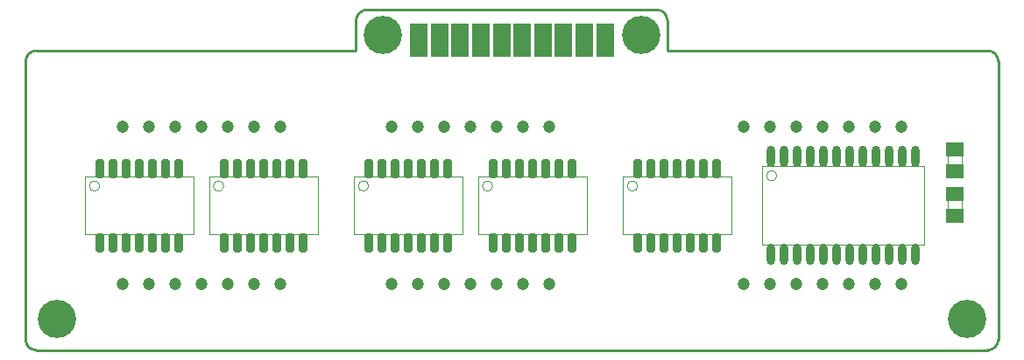
<source format=gbs>
G04 Layer_Color=16711935*
%FSLAX42Y42*%
%MOMM*%
G71*
G01*
G75*
%ADD10C,0.25*%
%ADD12C,0.25*%
%ADD13C,0.10*%
%ADD22C,3.70*%
%ADD23C,1.20*%
%ADD24R,1.70X1.45*%
%ADD25R,1.70X3.20*%
%ADD26O,0.80X2.10*%
G04:AMPARAMS|DCode=27|XSize=0.8mm|YSize=1.85mm|CornerRadius=0.15mm|HoleSize=0mm|Usage=FLASHONLY|Rotation=180.000|XOffset=0mm|YOffset=0mm|HoleType=Round|Shape=RoundedRectangle|*
%AMROUNDEDRECTD27*
21,1,0.80,1.55,0,0,180.0*
21,1,0.50,1.85,0,0,180.0*
1,1,0.31,-0.25,0.77*
1,1,0.31,0.25,0.77*
1,1,0.31,0.25,-0.77*
1,1,0.31,-0.25,-0.77*
%
%ADD27ROUNDEDRECTD27*%
D10*
X100Y2900D02*
G03*
X0Y2800I0J-100D01*
G01*
Y100D02*
G03*
X100Y0I100J0D01*
G01*
X9300D02*
G03*
X9400Y100I0J100D01*
G01*
Y2800D02*
G03*
X9300Y2900I-100J0D01*
G01*
X6200Y3200D02*
G03*
X6100Y3300I-100J0D01*
G01*
X3310D02*
G03*
X3190Y3180I0J-120D01*
G01*
D12*
X0Y100D02*
Y2800D01*
X100Y2900D02*
X3190Y2900D01*
X100Y0D02*
X9300D01*
X9400Y100D02*
Y2800D01*
X6200Y2900D02*
X9300D01*
X6200D02*
Y3200D01*
X3190Y2900D02*
Y3180D01*
X3310Y3300D02*
X6100D01*
D13*
X7260Y1690D02*
G03*
X7260Y1690I-50J0D01*
G01*
X5915Y1590D02*
G03*
X5915Y1590I-50J0D01*
G01*
X4515D02*
G03*
X4515Y1590I-50J0D01*
G01*
X3315D02*
G03*
X3315Y1590I-50J0D01*
G01*
X1915D02*
G03*
X1915Y1590I-50J0D01*
G01*
X715D02*
G03*
X715Y1590I-50J0D01*
G01*
X9047Y1295D02*
Y1515D01*
X8912Y1295D02*
Y1515D01*
Y1295D02*
X9047D01*
X8912Y1515D02*
X9047D01*
X8912Y1950D02*
X9047D01*
X8912Y1730D02*
X9047D01*
X8912D02*
Y1950D01*
X9047Y1730D02*
Y1950D01*
X7120Y1780D02*
X8680D01*
X7120Y1020D02*
X8680D01*
X7120D02*
Y1780D01*
X8680Y1020D02*
Y1780D01*
X6825Y1120D02*
Y1680D01*
X5775Y1120D02*
Y1680D01*
Y1120D02*
X6825D01*
X5775Y1680D02*
X6825D01*
X5425Y1120D02*
Y1680D01*
X4375Y1120D02*
Y1680D01*
Y1120D02*
X5425D01*
X4375Y1680D02*
X5425D01*
X4225Y1120D02*
Y1680D01*
X3175Y1120D02*
Y1680D01*
Y1120D02*
X4225D01*
X3175Y1680D02*
X4225D01*
X2825Y1120D02*
Y1680D01*
X1775Y1120D02*
Y1680D01*
Y1120D02*
X2825D01*
X1775Y1680D02*
X2825D01*
X1625Y1120D02*
Y1680D01*
X575Y1120D02*
Y1680D01*
Y1120D02*
X1625D01*
X575Y1680D02*
X1625D01*
D22*
X3450Y3050D02*
D03*
X5950D02*
D03*
X300Y300D02*
D03*
X9100D02*
D03*
D23*
X8462Y2162D02*
D03*
X8208D02*
D03*
X7954D02*
D03*
X7700D02*
D03*
X7446D02*
D03*
X7192D02*
D03*
X6938D02*
D03*
X8462Y638D02*
D03*
X8208D02*
D03*
X7954D02*
D03*
X7700D02*
D03*
X7446D02*
D03*
X7192D02*
D03*
X6938D02*
D03*
X5062Y2162D02*
D03*
X4808D02*
D03*
X4554D02*
D03*
X4300D02*
D03*
X4046D02*
D03*
X3792D02*
D03*
X3538D02*
D03*
X5062Y638D02*
D03*
X4808D02*
D03*
X4554D02*
D03*
X4300D02*
D03*
X4046D02*
D03*
X3792D02*
D03*
X3538D02*
D03*
X2462Y2162D02*
D03*
X2208D02*
D03*
X1954D02*
D03*
X1700D02*
D03*
X1446D02*
D03*
X1192D02*
D03*
X938D02*
D03*
X2462Y638D02*
D03*
X2208D02*
D03*
X1954D02*
D03*
X1700D02*
D03*
X1446D02*
D03*
X1192D02*
D03*
X938D02*
D03*
D24*
X8980Y1300D02*
D03*
Y1510D02*
D03*
Y1945D02*
D03*
Y1735D02*
D03*
D25*
X3800Y3000D02*
D03*
X4000D02*
D03*
X4200D02*
D03*
X4400D02*
D03*
X4600D02*
D03*
X4800D02*
D03*
X5000D02*
D03*
X5200D02*
D03*
X5400D02*
D03*
X5600D02*
D03*
D26*
X7201Y1875D02*
D03*
X7329D02*
D03*
X7456D02*
D03*
X7582D02*
D03*
X7710D02*
D03*
X7836D02*
D03*
X7964D02*
D03*
X8090D02*
D03*
X8218D02*
D03*
X8344D02*
D03*
X8471D02*
D03*
X8599D02*
D03*
X7201Y925D02*
D03*
X7329D02*
D03*
X7456D02*
D03*
X7582D02*
D03*
X7710D02*
D03*
X7836D02*
D03*
X7964D02*
D03*
X8090D02*
D03*
X8218D02*
D03*
X8344D02*
D03*
X8471D02*
D03*
X8599D02*
D03*
D27*
X6681Y1038D02*
D03*
X6554D02*
D03*
X6427D02*
D03*
X6300D02*
D03*
X6173D02*
D03*
X6046D02*
D03*
X5919D02*
D03*
X6681Y1762D02*
D03*
X6554D02*
D03*
X6427D02*
D03*
X6300D02*
D03*
X6173D02*
D03*
X6046D02*
D03*
X5919D02*
D03*
X5281Y1038D02*
D03*
X5154D02*
D03*
X5027D02*
D03*
X4900D02*
D03*
X4773D02*
D03*
X4646D02*
D03*
X4519D02*
D03*
X5281Y1762D02*
D03*
X5154D02*
D03*
X5027D02*
D03*
X4900D02*
D03*
X4773D02*
D03*
X4646D02*
D03*
X4519D02*
D03*
X4081Y1038D02*
D03*
X3954D02*
D03*
X3827D02*
D03*
X3700D02*
D03*
X3573D02*
D03*
X3446D02*
D03*
X3319D02*
D03*
X4081Y1762D02*
D03*
X3954D02*
D03*
X3827D02*
D03*
X3700D02*
D03*
X3573D02*
D03*
X3446D02*
D03*
X3319D02*
D03*
X2681Y1038D02*
D03*
X2554D02*
D03*
X2427D02*
D03*
X2300D02*
D03*
X2173D02*
D03*
X2046D02*
D03*
X1919D02*
D03*
X2681Y1762D02*
D03*
X2554D02*
D03*
X2427D02*
D03*
X2300D02*
D03*
X2173D02*
D03*
X2046D02*
D03*
X1919D02*
D03*
X1481Y1038D02*
D03*
X1354D02*
D03*
X1227D02*
D03*
X1100D02*
D03*
X973D02*
D03*
X846D02*
D03*
X719D02*
D03*
X1481Y1762D02*
D03*
X1354D02*
D03*
X1227D02*
D03*
X1100D02*
D03*
X973D02*
D03*
X846D02*
D03*
X719D02*
D03*
M02*

</source>
